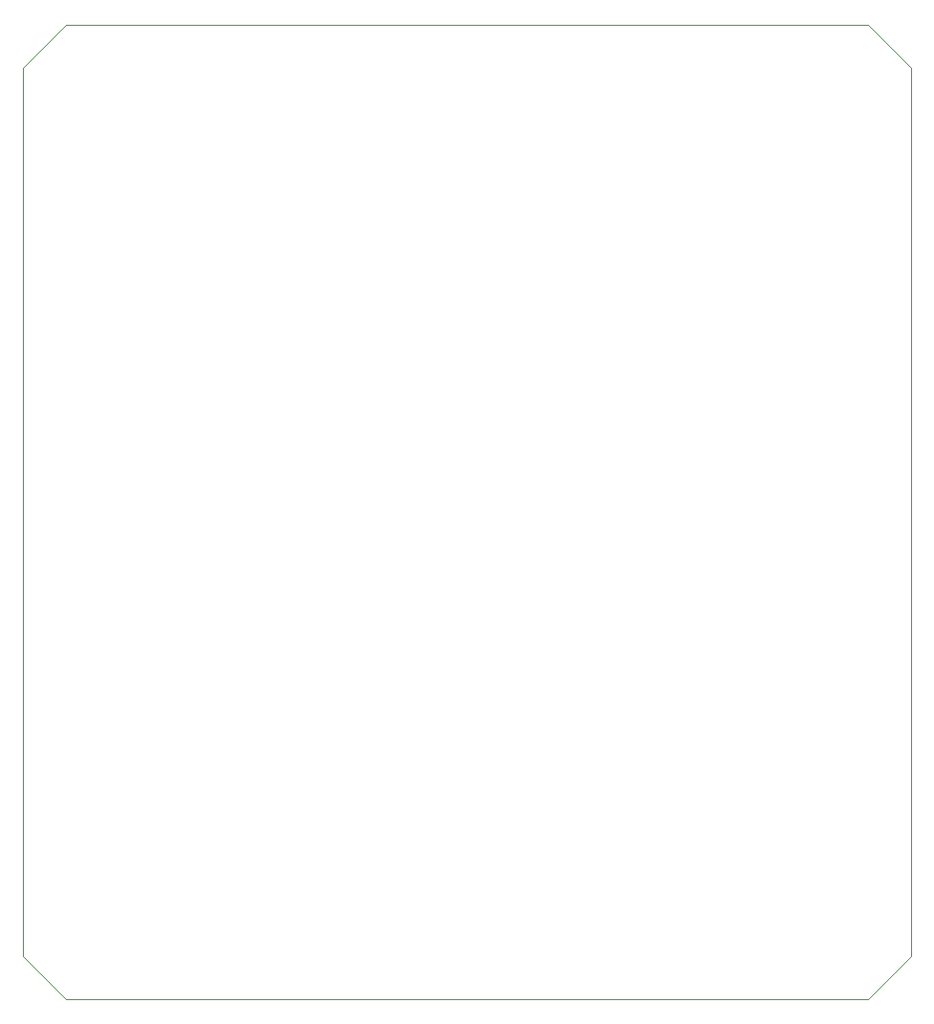
<source format=gbr>
G04 #@! TF.GenerationSoftware,KiCad,Pcbnew,(5.1.2)-2*
G04 #@! TF.CreationDate,2020-01-16T13:47:14+08:00*
G04 #@! TF.ProjectId,wingxx-receiver-v3,77696e67-7878-42d7-9265-636569766572,rev?*
G04 #@! TF.SameCoordinates,Original*
G04 #@! TF.FileFunction,Profile,NP*
%FSLAX46Y46*%
G04 Gerber Fmt 4.6, Leading zero omitted, Abs format (unit mm)*
G04 Created by KiCad (PCBNEW (5.1.2)-2) date 2020-01-16 13:47:14*
%MOMM*%
%LPD*%
G04 APERTURE LIST*
%ADD10C,0.100000*%
G04 APERTURE END LIST*
D10*
X149860000Y-58420000D02*
X153670000Y-62230000D01*
X149860000Y-144780000D02*
X153670000Y-140970000D01*
X74930000Y-140970000D02*
X78740000Y-144780000D01*
X78740000Y-58420000D02*
X74930000Y-62230000D01*
X153670000Y-62230000D02*
X153670000Y-140970000D01*
X78740000Y-58420000D02*
X149860000Y-58420000D01*
X74930000Y-140970000D02*
X74930000Y-62230000D01*
X149860000Y-144780000D02*
X78740000Y-144780000D01*
M02*

</source>
